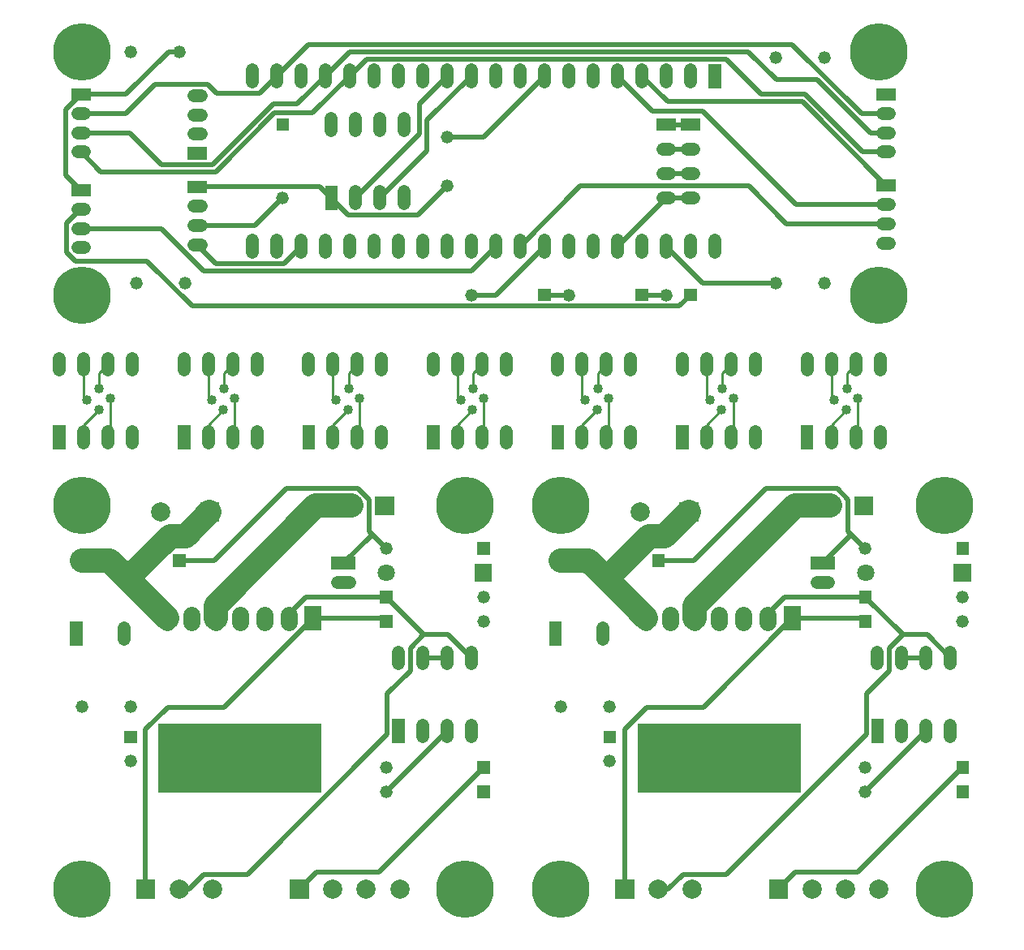
<source format=gbl>
%FSLAX24Y24*%
%MOIN*%
%ADD10C,0.0089*%
%ADD11C,0.0200*%
%ADD12C,0.0400*%
%ADD13C,0.0520*%
%ADD14C,0.0700*%
%ADD15C,0.0709*%
%ADD16C,0.0787*%
%ADD17C,0.1000*%
%ADD18C,0.2362*%
D10*
G01X2722Y23199D02*
X2722Y22570D01*
X2082Y20560D02*
X2083Y21075D01*
X3082Y20560D02*
X3165Y20643D01*
X3082Y23560D02*
X2722Y23199D01*
X2083Y21075D02*
X2693Y21685D01*
X2083Y22219D02*
X2211Y22091D01*
X2082Y23560D02*
X2083Y22219D01*
X3165Y20643D02*
X3165Y22171D01*
X7840Y23199D02*
X7840Y22570D01*
X7200Y20560D02*
X7201Y21075D01*
X8200Y20560D02*
X8283Y20643D01*
X8200Y23560D02*
X7840Y23199D01*
X7201Y21075D02*
X7811Y21685D01*
X7201Y22219D02*
X7329Y22091D01*
X7200Y23560D02*
X7201Y22219D01*
X8283Y20643D02*
X8283Y22171D01*
X12958Y23199D02*
X12958Y22570D01*
X12318Y20560D02*
X12319Y21075D01*
X13318Y20560D02*
X13402Y20643D01*
X13318Y23560D02*
X12958Y23199D01*
X12319Y21075D02*
X12929Y21685D01*
X12319Y22219D02*
X12448Y22091D01*
X12318Y23560D02*
X12319Y22219D01*
X13402Y20643D02*
X13402Y22171D01*
X18076Y23199D02*
X18076Y22570D01*
X17437Y20560D02*
X17437Y21075D01*
X18437Y20560D02*
X18520Y20643D01*
X18437Y23560D02*
X18076Y23199D01*
X17437Y21075D02*
X18047Y21685D01*
X17437Y22219D02*
X17566Y22091D01*
X17437Y23560D02*
X17437Y22219D01*
X18520Y20643D02*
X18520Y22171D01*
X23194Y23199D02*
X23194Y22570D01*
X22555Y20560D02*
X22555Y21075D01*
X23555Y20560D02*
X23638Y20643D01*
X23555Y23560D02*
X23194Y23199D01*
X22555Y21075D02*
X23165Y21685D01*
X22555Y22219D02*
X22684Y22091D01*
X22555Y23560D02*
X22555Y22219D01*
X23638Y20643D02*
X23638Y22171D01*
X28312Y23199D02*
X28312Y22570D01*
X27673Y20560D02*
X27673Y21075D01*
X28673Y20560D02*
X28756Y20643D01*
X28673Y23560D02*
X28312Y23199D01*
X27673Y21075D02*
X28283Y21685D01*
X27673Y22219D02*
X27802Y22091D01*
X27673Y23560D02*
X27673Y22219D01*
X28756Y20643D02*
X28756Y22171D01*
X33430Y23199D02*
X33430Y22570D01*
X32791Y20560D02*
X32791Y21075D01*
X33791Y20560D02*
X33874Y20643D01*
X33791Y23560D02*
X33430Y23199D01*
X32791Y21075D02*
X33402Y21685D01*
X32791Y22219D02*
X32920Y22091D01*
X32791Y23560D02*
X32791Y22219D01*
X33874Y20643D02*
X33874Y22171D01*
D11*
G01X4622Y8565D02*
X4622Y2000D01*
X5532Y9475D02*
X4622Y8565D01*
X6394Y2000D02*
X6000Y2000D01*
X7005Y2611D02*
X6394Y2000D01*
X7452Y15500D02*
X6000Y15500D01*
X7850Y9475D02*
X5532Y9475D01*
X8801Y2611D02*
X7005Y2611D01*
X10417Y18465D02*
X7452Y15500D01*
X10500Y13125D02*
X10500Y13300D01*
X11200Y14000D01*
X14500Y14000D01*
X11500Y13125D02*
X7850Y9475D01*
X11500Y13125D02*
X14375Y13125D01*
X11623Y2690D02*
X10933Y2000D01*
X12750Y15394D02*
X13928Y16572D01*
X13349Y18465D02*
X10417Y18465D01*
X13803Y16697D02*
X13803Y18011D01*
X13349Y18465D01*
X13928Y16572D02*
X13803Y16697D01*
X14190Y2690D02*
X11623Y2690D01*
X14375Y13125D02*
X14500Y13000D01*
X14500Y16000D02*
X13928Y16572D01*
X14541Y8351D02*
X8801Y2611D01*
X14541Y10014D02*
X14541Y8351D01*
X15500Y10973D02*
X14541Y10014D01*
X15500Y11904D02*
X15500Y10973D01*
X16000Y11500D02*
X17000Y11500D01*
X16048Y12452D02*
X14500Y14000D01*
X16048Y12452D02*
X15500Y11904D01*
X17000Y8500D02*
X14500Y6000D01*
X17048Y12452D02*
X16048Y12452D01*
X18000Y11500D02*
X17048Y12452D01*
X18500Y7000D02*
X14190Y2690D01*
X24307Y8565D02*
X24307Y2000D01*
X25217Y9475D02*
X24307Y8565D01*
X26079Y2000D02*
X25685Y2000D01*
X26690Y2611D02*
X26079Y2000D01*
X27137Y15500D02*
X25685Y15500D01*
X27535Y9475D02*
X25217Y9475D01*
X28486Y2611D02*
X26690Y2611D01*
X30102Y18465D02*
X27137Y15500D01*
X30185Y13125D02*
X30185Y13300D01*
X30885Y14000D01*
X34185Y14000D01*
X31185Y13125D02*
X27535Y9475D01*
X31185Y13125D02*
X34060Y13125D01*
X31308Y2690D02*
X30618Y2000D01*
X32435Y15394D02*
X33613Y16572D01*
X33034Y18465D02*
X30102Y18465D01*
X33488Y16697D02*
X33488Y18011D01*
X33034Y18465D01*
X33613Y16572D02*
X33488Y16697D01*
X33875Y2690D02*
X31308Y2690D01*
X34060Y13125D02*
X34185Y13000D01*
X34185Y16000D02*
X33613Y16572D01*
X34226Y8351D02*
X28486Y2611D01*
X34226Y10014D02*
X34226Y8351D01*
X35185Y10973D02*
X34226Y10014D01*
X35185Y11904D02*
X35185Y10973D01*
X35685Y11500D02*
X36685Y11500D01*
X35733Y12452D02*
X34185Y14000D01*
X35733Y12452D02*
X35185Y11904D01*
X36685Y8500D02*
X34185Y6000D01*
X36733Y12452D02*
X35733Y12452D01*
X37685Y11500D02*
X36733Y12452D01*
X38185Y7000D02*
X33875Y2690D01*
X4683Y27790D02*
X1723Y27790D01*
X5013Y35051D02*
X3820Y33858D01*
X5272Y29134D02*
X6999Y27407D01*
X5279Y31769D02*
X3977Y33071D01*
X5577Y36409D02*
X3813Y34646D01*
X6000Y36409D02*
X5577Y36409D01*
X6523Y25950D02*
X4683Y27790D01*
X6750Y30841D02*
X6785Y30875D01*
X11784Y30875D01*
X6999Y27407D02*
X17998Y27407D01*
X7181Y35051D02*
X5013Y35051D01*
X7378Y31769D02*
X5279Y31769D01*
X7502Y31470D02*
X2782Y31470D01*
X7520Y27708D02*
X6750Y28478D01*
X7530Y34702D02*
X7181Y35051D01*
X9106Y29266D02*
X6750Y29266D01*
X9293Y34702D02*
X7530Y34702D01*
X9871Y34262D02*
X7378Y31769D01*
X9916Y33884D02*
X7502Y31470D01*
X10000Y35409D02*
X9293Y34702D01*
X10250Y30409D02*
X9106Y29266D01*
X10299Y27708D02*
X7520Y27708D01*
X10853Y34262D02*
X9871Y34262D01*
X11000Y28409D02*
X10299Y27708D01*
X11298Y36708D02*
X10000Y35409D01*
X11474Y33884D02*
X9916Y33884D01*
X11784Y30875D02*
X12250Y30409D01*
X12000Y35409D02*
X10853Y34262D01*
X12950Y29709D02*
X12250Y30409D01*
X12999Y36408D02*
X12000Y35409D01*
X13000Y35409D02*
X11474Y33884D01*
X1353Y31324D02*
X1969Y30709D01*
X1353Y34032D02*
X1353Y31324D01*
X1363Y29352D02*
X1933Y29921D01*
X1363Y28150D02*
X1363Y29352D01*
X13699Y36109D02*
X13000Y35409D01*
X14250Y30409D02*
X16185Y32344D01*
X15800Y29709D02*
X12950Y29709D01*
X15859Y33019D02*
X13250Y30409D01*
X15859Y34269D02*
X15859Y33019D01*
X16185Y32344D02*
X16185Y33594D01*
X18000Y35409D01*
X17000Y30909D02*
X15800Y29709D01*
X17000Y35409D02*
X15859Y34269D01*
X1723Y27790D02*
X1363Y28150D01*
X17998Y27407D02*
X19000Y28409D01*
X18000Y26409D02*
X19000Y26409D01*
X18500Y32909D02*
X17000Y32909D01*
X19000Y26409D02*
X21000Y28409D01*
X1933Y29921D02*
X1969Y29921D01*
X1967Y34646D02*
X1353Y34032D01*
X1969Y29134D02*
X5272Y29134D01*
X1969Y34646D02*
X1967Y34646D01*
X20000Y28409D02*
X22470Y30880D01*
X21000Y35409D02*
X18500Y32909D01*
X22000Y26409D02*
X21000Y26409D01*
X22470Y30880D02*
X29405Y30880D01*
X24000Y28409D02*
X26000Y30409D01*
X24000Y35409D02*
X25455Y33955D01*
X25000Y35409D02*
X26058Y34351D01*
X25000Y26409D02*
X26000Y26409D01*
X25455Y33955D02*
X27504Y33955D01*
X26000Y30409D02*
X27000Y30409D01*
X26000Y31409D02*
X27000Y31409D01*
X26000Y32409D02*
X27000Y32409D01*
X26000Y33409D02*
X27000Y33409D01*
X26000Y28409D02*
X27500Y26909D01*
X26058Y34351D02*
X31593Y34351D01*
X26540Y25950D02*
X6523Y25950D01*
X27000Y26409D02*
X26540Y25950D01*
X27500Y26909D02*
X30500Y26909D01*
X27504Y33955D02*
X31341Y30118D01*
X2782Y31470D02*
X1969Y32283D01*
X28459Y36109D02*
X13699Y36109D01*
X29377Y36408D02*
X12999Y36408D01*
X29405Y30880D02*
X30954Y29331D01*
X29917Y34651D02*
X28459Y36109D01*
X30536Y35249D02*
X29377Y36408D01*
X30954Y29331D02*
X35039Y29331D01*
X31179Y36708D02*
X11298Y36708D01*
X31341Y30118D02*
X35039Y30118D01*
X31593Y34351D02*
X35039Y30906D01*
X31717Y34651D02*
X29917Y34651D01*
X32214Y35249D02*
X30536Y35249D01*
X34028Y33858D02*
X31179Y36708D01*
X34085Y32283D02*
X31717Y34651D01*
X34393Y33071D02*
X32214Y35249D01*
X35039Y32283D02*
X34085Y32283D01*
X35039Y33071D02*
X34393Y33071D01*
X35039Y33858D02*
X34028Y33858D01*
X3813Y34646D02*
X1969Y34646D01*
X3820Y33858D02*
X1969Y33858D01*
X3977Y33071D02*
X1969Y33071D01*
D12*
G01X2211Y22091D03*
X2722Y22570D03*
X3165Y22171D03*
X2693Y21685D03*
X7329Y22091D03*
X7840Y22570D03*
X8283Y22171D03*
X7811Y21685D03*
X12448Y22091D03*
X12958Y22570D03*
X13402Y22171D03*
X12929Y21685D03*
X17566Y22091D03*
X18076Y22570D03*
X18520Y22171D03*
X18047Y21685D03*
X22684Y22091D03*
X23194Y22570D03*
X23638Y22171D03*
X23165Y21685D03*
X27802Y22091D03*
X28312Y22570D03*
X28756Y22171D03*
X28283Y21685D03*
X32920Y22091D03*
X33430Y22570D03*
X33874Y22171D03*
X33402Y21685D03*
D13*
G01X3734Y12260D02*
X3734Y12740D01*
X2000Y9500D03*
X4000Y9500D03*
X14500Y7000D03*
X14500Y6000D03*
X15000Y11740D02*
X15000Y11260D01*
X18000Y8740D02*
X18000Y8260D01*
X18000Y11740D02*
X18000Y11260D01*
X16000Y11740D02*
X16000Y11260D01*
X17000Y11740D02*
X17000Y11260D01*
X16000Y8740D02*
X16000Y8260D01*
X17000Y8740D02*
X17000Y8260D01*
X18500Y14000D03*
X18500Y13000D03*
X2000Y15500D03*
X14500Y16000D03*
X4000Y7250D03*
X12510Y14606D02*
X12990Y14606D01*
X23419Y12260D02*
X23419Y12740D01*
X21685Y9500D03*
X23685Y9500D03*
X34185Y7000D03*
X34185Y6000D03*
X34685Y11740D02*
X34685Y11260D01*
X37685Y8740D02*
X37685Y8260D01*
X37685Y11740D02*
X37685Y11260D01*
X35685Y11740D02*
X35685Y11260D01*
X36685Y11740D02*
X36685Y11260D01*
X35685Y8740D02*
X35685Y8260D01*
X36685Y8740D02*
X36685Y8260D01*
X38185Y14000D03*
X38185Y13000D03*
X21685Y15500D03*
X34185Y16000D03*
X23685Y7250D03*
X32195Y14606D02*
X32675Y14606D01*
X22000Y35169D02*
X22000Y35649D01*
X14000Y35169D02*
X14000Y35649D01*
X20000Y28169D02*
X20000Y28649D01*
X13000Y28169D02*
X13000Y28649D01*
X11000Y28169D02*
X11000Y28649D01*
X27000Y35169D02*
X27000Y35649D01*
X22000Y28169D02*
X22000Y28649D01*
X21000Y28169D02*
X21000Y28649D01*
X23000Y28169D02*
X23000Y28649D01*
X16000Y28169D02*
X16000Y28649D01*
X25000Y35169D02*
X25000Y35649D01*
X18000Y28169D02*
X18000Y28649D01*
X26000Y35169D02*
X26000Y35649D01*
X12000Y28169D02*
X12000Y28649D01*
X23000Y35169D02*
X23000Y35649D01*
X15000Y28169D02*
X15000Y28649D01*
X20000Y35169D02*
X20000Y35649D01*
X16000Y35169D02*
X16000Y35649D01*
X17000Y35169D02*
X17000Y35649D01*
X25000Y28169D02*
X25000Y28649D01*
X21000Y35169D02*
X21000Y35649D01*
X28000Y28169D02*
X28000Y28649D01*
X19000Y28169D02*
X19000Y28649D01*
X12000Y35169D02*
X12000Y35649D01*
X9000Y28169D02*
X9000Y28649D01*
X17000Y28169D02*
X17000Y28649D01*
X24000Y35169D02*
X24000Y35649D01*
X15000Y35169D02*
X15000Y35649D01*
X26000Y28169D02*
X26000Y28649D01*
X14000Y28169D02*
X14000Y28649D01*
X11000Y35169D02*
X11000Y35649D01*
X18000Y35169D02*
X18000Y35649D01*
X19000Y35169D02*
X19000Y35649D01*
X9000Y35169D02*
X9000Y35649D01*
X24000Y28169D02*
X24000Y28649D01*
X13000Y35169D02*
X13000Y35649D01*
X27000Y28169D02*
X27000Y28649D01*
X10000Y28169D02*
X10000Y28649D01*
X10000Y35169D02*
X10000Y35649D01*
X2109Y33858D02*
X1829Y33858D01*
X2109Y33071D02*
X1829Y33071D01*
X2109Y32283D02*
X1829Y32283D01*
X2109Y29921D02*
X1829Y29921D01*
X2109Y29134D02*
X1829Y29134D01*
X2109Y28346D02*
X1829Y28346D01*
X35179Y33858D02*
X34899Y33858D01*
X35179Y33071D02*
X34899Y33071D01*
X35179Y32283D02*
X34899Y32283D01*
X35179Y30118D02*
X34899Y30118D01*
X35179Y29331D02*
X34899Y29331D01*
X35179Y28543D02*
X34899Y28543D01*
X27140Y31409D02*
X26860Y31409D01*
X27140Y32409D02*
X26860Y32409D01*
X27140Y30409D02*
X26860Y30409D01*
X26140Y31409D02*
X25860Y31409D01*
X26140Y32409D02*
X25860Y32409D01*
X26140Y30409D02*
X25860Y30409D01*
X26000Y26409D03*
X22000Y26409D03*
X18000Y26409D03*
X4250Y26909D03*
X6250Y26909D03*
X30500Y36159D03*
X32500Y36159D03*
X15250Y30649D02*
X15250Y30169D01*
X15250Y33649D02*
X15250Y33169D01*
X12250Y33649D02*
X12250Y33169D01*
X13250Y30649D02*
X13250Y30169D01*
X14250Y33649D02*
X14250Y33169D01*
X13250Y33649D02*
X13250Y33169D01*
X14250Y30649D02*
X14250Y30169D01*
X17000Y30909D03*
X17000Y32909D03*
X6610Y33016D02*
X6890Y33016D01*
X6610Y33803D02*
X6890Y33803D01*
X6610Y34591D02*
X6890Y34591D01*
X6890Y30053D02*
X6610Y30053D01*
X6890Y29266D02*
X6610Y29266D01*
X6890Y28478D02*
X6610Y28478D01*
X10250Y30409D03*
X4000Y36409D03*
X6000Y36409D03*
X32500Y26909D03*
X30500Y26909D03*
X4082Y20800D02*
X4082Y20320D01*
X3082Y20800D02*
X3082Y20320D01*
X2082Y20800D02*
X2082Y20320D01*
X2082Y23800D02*
X2082Y23320D01*
X4082Y23800D02*
X4082Y23320D01*
X1082Y23800D02*
X1082Y23320D01*
X3082Y23800D02*
X3082Y23320D01*
X9200Y20800D02*
X9200Y20320D01*
X8200Y20800D02*
X8200Y20320D01*
X7200Y20800D02*
X7200Y20320D01*
X7200Y23800D02*
X7200Y23320D01*
X9200Y23800D02*
X9200Y23320D01*
X6200Y23800D02*
X6200Y23320D01*
X8200Y23800D02*
X8200Y23320D01*
X14318Y20800D02*
X14318Y20320D01*
X13318Y20800D02*
X13318Y20320D01*
X12318Y20800D02*
X12318Y20320D01*
X12318Y23800D02*
X12318Y23320D01*
X14318Y23800D02*
X14318Y23320D01*
X11318Y23800D02*
X11318Y23320D01*
X13318Y23800D02*
X13318Y23320D01*
X19437Y20800D02*
X19437Y20320D01*
X18437Y20800D02*
X18437Y20320D01*
X17437Y20800D02*
X17437Y20320D01*
X17437Y23800D02*
X17437Y23320D01*
X19437Y23800D02*
X19437Y23320D01*
X16437Y23800D02*
X16437Y23320D01*
X18437Y23800D02*
X18437Y23320D01*
X24555Y20800D02*
X24555Y20320D01*
X23555Y20800D02*
X23555Y20320D01*
X22555Y20800D02*
X22555Y20320D01*
X22555Y23800D02*
X22555Y23320D01*
X24555Y23800D02*
X24555Y23320D01*
X21555Y23800D02*
X21555Y23320D01*
X23555Y23800D02*
X23555Y23320D01*
X29673Y20800D02*
X29673Y20320D01*
X28673Y20800D02*
X28673Y20320D01*
X27673Y20800D02*
X27673Y20320D01*
X27673Y23800D02*
X27673Y23320D01*
X29673Y23800D02*
X29673Y23320D01*
X26673Y23800D02*
X26673Y23320D01*
X28673Y23800D02*
X28673Y23320D01*
X34791Y20800D02*
X34791Y20320D01*
X33791Y20800D02*
X33791Y20320D01*
X32791Y20800D02*
X32791Y20320D01*
X32791Y23800D02*
X32791Y23320D01*
X34791Y23800D02*
X34791Y23320D01*
X31791Y23800D02*
X31791Y23320D01*
X33791Y23800D02*
X33791Y23320D01*
D14*
G01X8500Y12975D02*
X8500Y13275D01*
X5500Y12975D02*
X5500Y13275D01*
X9500Y12975D02*
X9500Y13275D01*
X7500Y12975D02*
X7500Y13275D01*
X6500Y12975D02*
X6500Y13275D01*
X10500Y12975D02*
X10500Y13275D01*
X28185Y12975D02*
X28185Y13275D01*
X25185Y12975D02*
X25185Y13275D01*
X29185Y12975D02*
X29185Y13275D01*
X27185Y12975D02*
X27185Y13275D01*
X26185Y12975D02*
X26185Y13275D01*
X30185Y12975D02*
X30185Y13275D01*
D15*
G01X14512Y15000D03*
X34198Y15000D03*
D16*
G01X5250Y17500D03*
X6000Y2000D03*
X7378Y2000D03*
X13689Y2000D03*
X12311Y2000D03*
X15067Y2000D03*
X13061Y17750D03*
X24935Y17500D03*
X25685Y2000D03*
X27063Y2000D03*
X33374Y2000D03*
X31996Y2000D03*
X34752Y2000D03*
X32746Y17750D03*
D17*
G01X5500Y13125D02*
X3872Y14753D01*
X5626Y16507D02*
X3872Y14753D01*
X6257Y16507D02*
X5626Y16507D01*
X7250Y17500D02*
X6257Y16507D01*
X7500Y13125D02*
X7500Y13645D01*
X11605Y17750D01*
X13061Y17750D01*
X3125Y15500D02*
X2000Y15500D01*
X3872Y14753D02*
X3125Y15500D01*
X25185Y13125D02*
X23557Y14753D01*
X25311Y16507D02*
X23557Y14753D01*
X25942Y16507D02*
X25311Y16507D01*
X26935Y17500D02*
X25942Y16507D01*
X27185Y13125D02*
X27185Y13645D01*
X31290Y17750D01*
X32746Y17750D01*
X22810Y15500D02*
X21685Y15500D01*
X23557Y14753D02*
X22810Y15500D01*
D18*
G01X2000Y2000D03*
X2000Y17750D03*
X17750Y17750D03*
X17750Y2000D03*
X21685Y2000D03*
X21685Y17750D03*
X37435Y17750D03*
X37435Y2000D03*
X2000Y26409D03*
X2000Y36409D03*
X34750Y26409D03*
X34750Y36409D03*
G36*
X6856Y17106D02*
X7643Y17106D01*
X7643Y17893D01*
X6856Y17893D01*
X6856Y17106D01*
G37*
G36*
X2026Y12000D02*
X2026Y13000D01*
X1506Y13000D01*
X1506Y12000D01*
X2026Y12000D01*
G37*
G36*
X5015Y2393D02*
X4228Y2393D01*
X4228Y1606D01*
X5015Y1606D01*
X5015Y2393D01*
G37*
G36*
X11150Y12625D02*
X11850Y12625D01*
X11850Y13625D01*
X11150Y13625D01*
X11150Y12625D01*
G37*
G36*
X5153Y5957D02*
X11846Y5957D01*
X11846Y8792D01*
X5153Y8792D01*
X5153Y5957D01*
G37*
G36*
X11326Y2393D02*
X10539Y2393D01*
X10539Y1606D01*
X11326Y1606D01*
X11326Y2393D01*
G37*
G36*
X18240Y6740D02*
X18760Y6740D01*
X18760Y7260D01*
X18240Y7260D01*
X18240Y6740D01*
G37*
G36*
X18240Y5740D02*
X18760Y5740D01*
X18760Y6260D01*
X18240Y6260D01*
X18240Y5740D01*
G37*
G36*
X15260Y9000D02*
X14740Y9000D01*
X14740Y8000D01*
X15260Y8000D01*
X15260Y9000D01*
G37*
G36*
X14760Y14260D02*
X14240Y14260D01*
X14240Y13740D01*
X14760Y13740D01*
X14760Y14260D01*
G37*
G36*
X14760Y13260D02*
X14240Y13260D01*
X14240Y12740D01*
X14760Y12740D01*
X14760Y13260D01*
G37*
G36*
X5740Y15240D02*
X6260Y15240D01*
X6260Y15760D01*
X5740Y15760D01*
X5740Y15240D01*
G37*
G36*
X18240Y15740D02*
X18760Y15740D01*
X18760Y16260D01*
X18240Y16260D01*
X18240Y15740D01*
G37*
G36*
X18132Y14645D02*
X18841Y14645D01*
X18841Y15354D01*
X18132Y15354D01*
X18132Y14645D01*
G37*
G36*
X4260Y7990D02*
X4260Y8510D01*
X3740Y8510D01*
X3740Y7990D01*
X4260Y7990D01*
G37*
G36*
X14045Y17356D02*
X14832Y17356D01*
X14832Y18143D01*
X14045Y18143D01*
X14045Y17356D01*
G37*
G36*
X12250Y15654D02*
X12250Y15134D01*
X13250Y15134D01*
X13250Y15654D01*
X12250Y15654D01*
G37*
G36*
X26541Y17106D02*
X27328Y17106D01*
X27328Y17893D01*
X26541Y17893D01*
X26541Y17106D01*
G37*
G36*
X21711Y12000D02*
X21711Y13000D01*
X21191Y13000D01*
X21191Y12000D01*
X21711Y12000D01*
G37*
G36*
X24700Y2393D02*
X23913Y2393D01*
X23913Y1606D01*
X24700Y1606D01*
X24700Y2393D01*
G37*
G36*
X30835Y12625D02*
X31535Y12625D01*
X31535Y13625D01*
X30835Y13625D01*
X30835Y12625D01*
G37*
G36*
X24838Y5957D02*
X31531Y5957D01*
X31531Y8792D01*
X24838Y8792D01*
X24838Y5957D01*
G37*
G36*
X31011Y2393D02*
X30224Y2393D01*
X30224Y1606D01*
X31011Y1606D01*
X31011Y2393D01*
G37*
G36*
X37925Y6740D02*
X38445Y6740D01*
X38445Y7260D01*
X37925Y7260D01*
X37925Y6740D01*
G37*
G36*
X37925Y5740D02*
X38445Y5740D01*
X38445Y6260D01*
X37925Y6260D01*
X37925Y5740D01*
G37*
G36*
X34945Y9000D02*
X34425Y9000D01*
X34425Y8000D01*
X34945Y8000D01*
X34945Y9000D01*
G37*
G36*
X34445Y14260D02*
X33925Y14260D01*
X33925Y13740D01*
X34445Y13740D01*
X34445Y14260D01*
G37*
G36*
X34445Y13260D02*
X33925Y13260D01*
X33925Y12740D01*
X34445Y12740D01*
X34445Y13260D01*
G37*
G36*
X25425Y15240D02*
X25945Y15240D01*
X25945Y15760D01*
X25425Y15760D01*
X25425Y15240D01*
G37*
G36*
X37925Y15740D02*
X38445Y15740D01*
X38445Y16260D01*
X37925Y16260D01*
X37925Y15740D01*
G37*
G36*
X37818Y14645D02*
X38527Y14645D01*
X38527Y15354D01*
X37818Y15354D01*
X37818Y14645D01*
G37*
G36*
X23945Y7990D02*
X23945Y8510D01*
X23425Y8510D01*
X23425Y7990D01*
X23945Y7990D01*
G37*
G36*
X33730Y17356D02*
X34517Y17356D01*
X34517Y18143D01*
X33730Y18143D01*
X33730Y17356D01*
G37*
G36*
X31935Y15654D02*
X31935Y15134D01*
X32935Y15134D01*
X32935Y15654D01*
X31935Y15654D01*
G37*
G36*
X27740Y34909D02*
X28260Y34909D01*
X28260Y35909D01*
X27740Y35909D01*
X27740Y34909D01*
G37*
G36*
X2369Y34386D02*
X2369Y34906D01*
X1569Y34906D01*
X1569Y34386D01*
X2369Y34386D01*
G37*
G36*
X2369Y30449D02*
X2369Y30969D01*
X1569Y30969D01*
X1569Y30449D01*
X2369Y30449D01*
G37*
G36*
X35439Y34386D02*
X35439Y34906D01*
X34639Y34906D01*
X34639Y34386D01*
X35439Y34386D01*
G37*
G36*
X35439Y30646D02*
X35439Y31166D01*
X34639Y31166D01*
X34639Y30646D01*
X35439Y30646D01*
G37*
G36*
X27400Y33149D02*
X27400Y33669D01*
X26600Y33669D01*
X26600Y33149D01*
X27400Y33149D01*
G37*
G36*
X26400Y33149D02*
X26400Y33669D01*
X25600Y33669D01*
X25600Y33149D01*
X26400Y33149D01*
G37*
G36*
X26740Y26149D02*
X27260Y26149D01*
X27260Y26669D01*
X26740Y26669D01*
X26740Y26149D01*
G37*
G36*
X24740Y26149D02*
X25260Y26149D01*
X25260Y26669D01*
X24740Y26669D01*
X24740Y26149D01*
G37*
G36*
X20740Y26149D02*
X21260Y26149D01*
X21260Y26669D01*
X20740Y26669D01*
X20740Y26149D01*
G37*
G36*
X12510Y30909D02*
X11990Y30909D01*
X11990Y29909D01*
X12510Y29909D01*
X12510Y30909D01*
G37*
G36*
X6350Y32488D02*
X6350Y31968D01*
X7150Y31968D01*
X7150Y32488D01*
X6350Y32488D01*
G37*
G36*
X7150Y30581D02*
X7150Y31101D01*
X6350Y31101D01*
X6350Y30581D01*
X7150Y30581D01*
G37*
G36*
X10510Y33149D02*
X10510Y33669D01*
X9990Y33669D01*
X9990Y33149D01*
X10510Y33149D01*
G37*
G36*
X1342Y21060D02*
X822Y21060D01*
X822Y20060D01*
X1342Y20060D01*
X1342Y21060D01*
G37*
G36*
X6460Y21060D02*
X5940Y21060D01*
X5940Y20060D01*
X6460Y20060D01*
X6460Y21060D01*
G37*
G36*
X11578Y21060D02*
X11058Y21060D01*
X11058Y20060D01*
X11578Y20060D01*
X11578Y21060D01*
G37*
G36*
X16697Y21060D02*
X16177Y21060D01*
X16177Y20060D01*
X16697Y20060D01*
X16697Y21060D01*
G37*
G36*
X21815Y21060D02*
X21295Y21060D01*
X21295Y20060D01*
X21815Y20060D01*
X21815Y21060D01*
G37*
G36*
X26933Y21060D02*
X26413Y21060D01*
X26413Y20060D01*
X26933Y20060D01*
X26933Y21060D01*
G37*
G36*
X32051Y21060D02*
X31531Y21060D01*
X31531Y20060D01*
X32051Y20060D01*
X32051Y21060D01*
G37*
M02*

</source>
